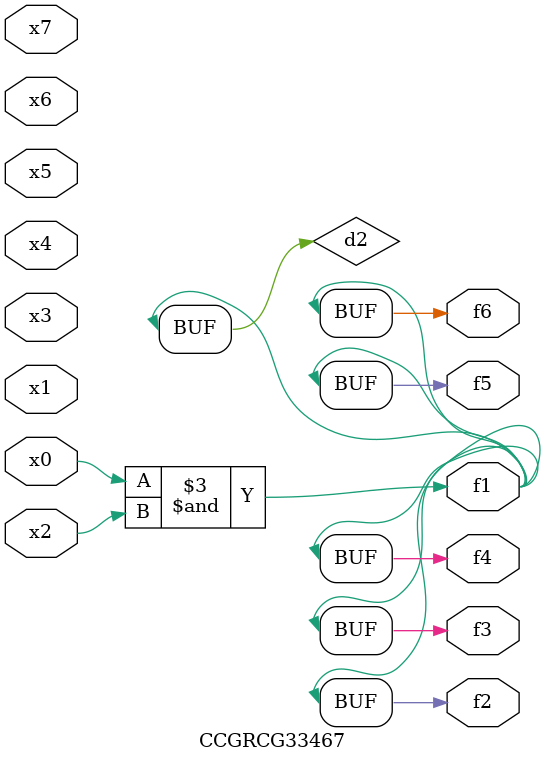
<source format=v>
module CCGRCG33467(
	input x0, x1, x2, x3, x4, x5, x6, x7,
	output f1, f2, f3, f4, f5, f6
);

	wire d1, d2;

	nor (d1, x3, x6);
	and (d2, x0, x2);
	assign f1 = d2;
	assign f2 = d2;
	assign f3 = d2;
	assign f4 = d2;
	assign f5 = d2;
	assign f6 = d2;
endmodule

</source>
